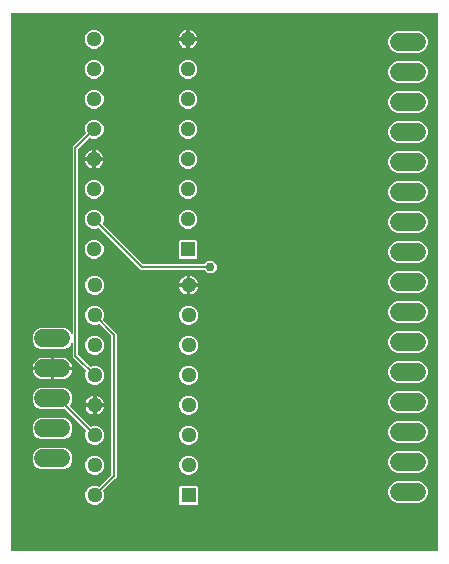
<source format=gbr>
G04 EAGLE Gerber RS-274X export*
G75*
%MOMM*%
%FSLAX34Y34*%
%LPD*%
%INBottom Copper*%
%IPPOS*%
%AMOC8*
5,1,8,0,0,1.08239X$1,22.5*%
G01*
%ADD10C,1.524000*%
%ADD11R,1.288000X1.288000*%
%ADD12C,1.288000*%
%ADD13C,0.152400*%
%ADD14C,0.756400*%

G36*
X387880Y340745D02*
X387880Y340745D01*
X387899Y340743D01*
X388001Y340765D01*
X388103Y340781D01*
X388120Y340791D01*
X388140Y340795D01*
X388229Y340848D01*
X388320Y340897D01*
X388334Y340911D01*
X388351Y340921D01*
X388418Y341000D01*
X388490Y341075D01*
X388498Y341093D01*
X388511Y341108D01*
X388550Y341204D01*
X388593Y341298D01*
X388595Y341318D01*
X388603Y341336D01*
X388621Y341503D01*
X388621Y795301D01*
X388618Y795321D01*
X388620Y795340D01*
X388598Y795442D01*
X388582Y795544D01*
X388572Y795561D01*
X388568Y795581D01*
X388515Y795670D01*
X388466Y795761D01*
X388452Y795775D01*
X388442Y795792D01*
X388363Y795859D01*
X388288Y795931D01*
X388270Y795939D01*
X388255Y795952D01*
X388159Y795991D01*
X388065Y796034D01*
X388045Y796036D01*
X388027Y796044D01*
X387860Y796062D01*
X27432Y796062D01*
X27412Y796059D01*
X27393Y796061D01*
X27291Y796039D01*
X27189Y796023D01*
X27172Y796013D01*
X27152Y796009D01*
X27063Y795956D01*
X26972Y795907D01*
X26958Y795893D01*
X26941Y795883D01*
X26874Y795804D01*
X26802Y795729D01*
X26794Y795711D01*
X26781Y795696D01*
X26742Y795600D01*
X26699Y795506D01*
X26697Y795486D01*
X26689Y795468D01*
X26671Y795301D01*
X26671Y341503D01*
X26674Y341483D01*
X26672Y341464D01*
X26694Y341362D01*
X26710Y341260D01*
X26720Y341243D01*
X26724Y341223D01*
X26777Y341134D01*
X26826Y341043D01*
X26840Y341029D01*
X26850Y341012D01*
X26929Y340945D01*
X27004Y340873D01*
X27022Y340865D01*
X27037Y340852D01*
X27133Y340813D01*
X27227Y340770D01*
X27247Y340768D01*
X27265Y340760D01*
X27432Y340742D01*
X387860Y340742D01*
X387880Y340745D01*
G37*
%LPC*%
G36*
X96257Y481239D02*
X96257Y481239D01*
X93329Y482452D01*
X91089Y484692D01*
X89876Y487620D01*
X89876Y490788D01*
X90603Y492543D01*
X90630Y492657D01*
X90658Y492770D01*
X90658Y492777D01*
X90659Y492783D01*
X90648Y492899D01*
X90639Y493016D01*
X90637Y493021D01*
X90636Y493028D01*
X90588Y493135D01*
X90543Y493242D01*
X90538Y493248D01*
X90536Y493252D01*
X90524Y493266D01*
X90438Y493373D01*
X79247Y504564D01*
X79247Y515896D01*
X79232Y515992D01*
X79222Y516089D01*
X79212Y516113D01*
X79208Y516139D01*
X79162Y516224D01*
X79122Y516314D01*
X79105Y516333D01*
X79092Y516356D01*
X79022Y516423D01*
X78956Y516495D01*
X78933Y516507D01*
X78914Y516525D01*
X78826Y516566D01*
X78740Y516613D01*
X78715Y516618D01*
X78691Y516629D01*
X78594Y516640D01*
X78498Y516657D01*
X78472Y516653D01*
X78447Y516656D01*
X78352Y516635D01*
X78255Y516621D01*
X78232Y516609D01*
X78206Y516604D01*
X78122Y516554D01*
X78036Y516510D01*
X78018Y516491D01*
X77995Y516478D01*
X77932Y516404D01*
X77864Y516334D01*
X77848Y516306D01*
X77835Y516291D01*
X77823Y516260D01*
X77783Y516187D01*
X77349Y515139D01*
X74776Y512566D01*
X71415Y511174D01*
X52537Y511174D01*
X49176Y512566D01*
X46603Y515139D01*
X45211Y518500D01*
X45211Y522138D01*
X46603Y525499D01*
X49176Y528072D01*
X52537Y529464D01*
X71415Y529464D01*
X74776Y528072D01*
X77349Y525499D01*
X77783Y524451D01*
X77834Y524368D01*
X77880Y524282D01*
X77899Y524264D01*
X77912Y524242D01*
X77987Y524180D01*
X78058Y524113D01*
X78082Y524102D01*
X78102Y524085D01*
X78193Y524050D01*
X78281Y524009D01*
X78307Y524006D01*
X78331Y523997D01*
X78429Y523993D01*
X78525Y523982D01*
X78551Y523987D01*
X78577Y523986D01*
X78671Y524013D01*
X78766Y524034D01*
X78788Y524048D01*
X78813Y524055D01*
X78893Y524110D01*
X78977Y524160D01*
X78994Y524180D01*
X79015Y524195D01*
X79074Y524273D01*
X79137Y524347D01*
X79147Y524372D01*
X79162Y524392D01*
X79192Y524485D01*
X79229Y524575D01*
X79232Y524608D01*
X79238Y524626D01*
X79238Y524659D01*
X79247Y524742D01*
X79247Y682937D01*
X80589Y684279D01*
X80667Y684291D01*
X80757Y684299D01*
X80787Y684311D01*
X80819Y684316D01*
X80900Y684359D01*
X80984Y684395D01*
X81016Y684421D01*
X81037Y684432D01*
X81059Y684455D01*
X81115Y684500D01*
X89930Y693315D01*
X89998Y693410D01*
X90068Y693504D01*
X90070Y693510D01*
X90074Y693515D01*
X90108Y693626D01*
X90144Y693738D01*
X90144Y693744D01*
X90146Y693750D01*
X90143Y693867D01*
X90142Y693984D01*
X90140Y693991D01*
X90140Y693996D01*
X90133Y694013D01*
X90095Y694145D01*
X89368Y695900D01*
X89368Y699068D01*
X90581Y701996D01*
X92821Y704236D01*
X95749Y705449D01*
X98917Y705449D01*
X101845Y704236D01*
X104085Y701996D01*
X105298Y699068D01*
X105298Y695900D01*
X104085Y692972D01*
X101845Y690732D01*
X98917Y689519D01*
X95749Y689519D01*
X93994Y690246D01*
X93880Y690273D01*
X93767Y690301D01*
X93760Y690301D01*
X93754Y690302D01*
X93638Y690291D01*
X93521Y690282D01*
X93516Y690280D01*
X93509Y690279D01*
X93402Y690231D01*
X93295Y690186D01*
X93289Y690181D01*
X93285Y690179D01*
X93271Y690167D01*
X93164Y690081D01*
X84349Y681266D01*
X84044Y680961D01*
X83991Y680887D01*
X83931Y680817D01*
X83919Y680787D01*
X83900Y680761D01*
X83873Y680674D01*
X83839Y680589D01*
X83835Y680548D01*
X83828Y680526D01*
X83829Y680494D01*
X83821Y680422D01*
X83821Y506774D01*
X83835Y506683D01*
X83843Y506593D01*
X83855Y506563D01*
X83860Y506531D01*
X83903Y506450D01*
X83939Y506366D01*
X83965Y506334D01*
X83976Y506313D01*
X83999Y506291D01*
X84044Y506235D01*
X93672Y496607D01*
X93767Y496539D01*
X93861Y496469D01*
X93867Y496467D01*
X93872Y496463D01*
X93983Y496429D01*
X94095Y496393D01*
X94101Y496393D01*
X94107Y496391D01*
X94224Y496394D01*
X94341Y496395D01*
X94348Y496397D01*
X94353Y496397D01*
X94370Y496404D01*
X94502Y496442D01*
X96257Y497169D01*
X99425Y497169D01*
X102353Y495956D01*
X104593Y493716D01*
X105806Y490788D01*
X105806Y487620D01*
X104593Y484692D01*
X102353Y482452D01*
X99425Y481239D01*
X96257Y481239D01*
G37*
%LPD*%
%LPC*%
G36*
X96257Y379639D02*
X96257Y379639D01*
X93329Y380852D01*
X91089Y383092D01*
X89876Y386020D01*
X89876Y389188D01*
X91089Y392116D01*
X93329Y394356D01*
X96257Y395569D01*
X99425Y395569D01*
X101180Y394842D01*
X101245Y394827D01*
X101289Y394809D01*
X101342Y394803D01*
X101407Y394787D01*
X101414Y394787D01*
X101420Y394786D01*
X101471Y394790D01*
X101478Y394790D01*
X101488Y394792D01*
X101536Y394797D01*
X101653Y394806D01*
X101658Y394808D01*
X101665Y394809D01*
X101708Y394828D01*
X101721Y394830D01*
X101763Y394853D01*
X101772Y394857D01*
X101879Y394902D01*
X101885Y394907D01*
X101889Y394909D01*
X101903Y394921D01*
X101923Y394937D01*
X101938Y394945D01*
X101955Y394963D01*
X102010Y395007D01*
X111790Y404787D01*
X111843Y404861D01*
X111903Y404931D01*
X111915Y404961D01*
X111934Y404987D01*
X111961Y405074D01*
X111995Y405159D01*
X111999Y405200D01*
X112006Y405222D01*
X112005Y405254D01*
X112013Y405326D01*
X112013Y522282D01*
X111999Y522373D01*
X111991Y522463D01*
X111979Y522493D01*
X111974Y522525D01*
X111931Y522606D01*
X111895Y522690D01*
X111869Y522722D01*
X111858Y522743D01*
X111835Y522765D01*
X111790Y522821D01*
X102010Y532601D01*
X101915Y532669D01*
X101821Y532739D01*
X101815Y532741D01*
X101810Y532745D01*
X101699Y532779D01*
X101587Y532815D01*
X101581Y532815D01*
X101575Y532817D01*
X101458Y532814D01*
X101341Y532813D01*
X101334Y532811D01*
X101329Y532811D01*
X101312Y532804D01*
X101180Y532766D01*
X99425Y532039D01*
X96257Y532039D01*
X93329Y533252D01*
X91089Y535492D01*
X89876Y538420D01*
X89876Y541588D01*
X91089Y544516D01*
X93329Y546756D01*
X96257Y547969D01*
X99425Y547969D01*
X102353Y546756D01*
X104593Y544516D01*
X105806Y541588D01*
X105806Y538420D01*
X105079Y536665D01*
X105069Y536622D01*
X105053Y536588D01*
X105046Y536528D01*
X105024Y536438D01*
X105024Y536431D01*
X105023Y536425D01*
X105028Y536365D01*
X105026Y536344D01*
X105034Y536307D01*
X105043Y536192D01*
X105045Y536187D01*
X105046Y536180D01*
X105076Y536112D01*
X105078Y536103D01*
X105086Y536090D01*
X105094Y536073D01*
X105139Y535966D01*
X105144Y535960D01*
X105146Y535956D01*
X105158Y535942D01*
X105244Y535835D01*
X115024Y526055D01*
X116587Y524492D01*
X116587Y403116D01*
X115024Y401553D01*
X105244Y391773D01*
X105176Y391678D01*
X105106Y391584D01*
X105104Y391578D01*
X105100Y391573D01*
X105066Y391462D01*
X105030Y391350D01*
X105030Y391344D01*
X105028Y391338D01*
X105031Y391221D01*
X105032Y391104D01*
X105034Y391097D01*
X105034Y391092D01*
X105041Y391075D01*
X105079Y390943D01*
X105806Y389188D01*
X105806Y386020D01*
X104593Y383092D01*
X102353Y380852D01*
X99425Y379639D01*
X96257Y379639D01*
G37*
%LPD*%
%LPC*%
G36*
X96257Y430439D02*
X96257Y430439D01*
X93329Y431652D01*
X91089Y433892D01*
X89876Y436820D01*
X89876Y439988D01*
X90603Y441743D01*
X90611Y441778D01*
X90614Y441783D01*
X90615Y441793D01*
X90630Y441857D01*
X90658Y441970D01*
X90658Y441977D01*
X90659Y441983D01*
X90648Y442098D01*
X90639Y442216D01*
X90637Y442221D01*
X90636Y442228D01*
X90588Y442335D01*
X90543Y442442D01*
X90538Y442448D01*
X90536Y442452D01*
X90524Y442466D01*
X90438Y442573D01*
X72639Y460372D01*
X72544Y460440D01*
X72450Y460510D01*
X72444Y460512D01*
X72439Y460516D01*
X72328Y460550D01*
X72216Y460587D01*
X72210Y460587D01*
X72204Y460588D01*
X72087Y460585D01*
X71970Y460584D01*
X71963Y460582D01*
X71958Y460582D01*
X71940Y460576D01*
X71809Y460537D01*
X71415Y460374D01*
X52537Y460374D01*
X49176Y461766D01*
X46603Y464339D01*
X45211Y467700D01*
X45211Y471338D01*
X46603Y474699D01*
X49176Y477272D01*
X52537Y478664D01*
X71415Y478664D01*
X74776Y477272D01*
X77349Y474699D01*
X78741Y471338D01*
X78741Y467700D01*
X77349Y464339D01*
X76783Y463773D01*
X76771Y463757D01*
X76755Y463744D01*
X76699Y463657D01*
X76639Y463573D01*
X76633Y463554D01*
X76622Y463537D01*
X76597Y463437D01*
X76567Y463338D01*
X76567Y463318D01*
X76562Y463299D01*
X76570Y463196D01*
X76573Y463092D01*
X76580Y463073D01*
X76581Y463054D01*
X76622Y462959D01*
X76657Y462861D01*
X76670Y462846D01*
X76678Y462827D01*
X76783Y462696D01*
X93672Y445807D01*
X93766Y445739D01*
X93861Y445669D01*
X93867Y445667D01*
X93872Y445663D01*
X93983Y445629D01*
X94095Y445593D01*
X94101Y445593D01*
X94107Y445591D01*
X94224Y445594D01*
X94341Y445595D01*
X94348Y445597D01*
X94353Y445597D01*
X94370Y445604D01*
X94502Y445642D01*
X96257Y446369D01*
X99425Y446369D01*
X102353Y445156D01*
X104593Y442916D01*
X105806Y439988D01*
X105806Y436820D01*
X104593Y433892D01*
X102353Y431652D01*
X99425Y430439D01*
X96257Y430439D01*
G37*
%LPD*%
%LPC*%
G36*
X193509Y575337D02*
X193509Y575337D01*
X190712Y578134D01*
X190638Y578187D01*
X190568Y578247D01*
X190538Y578259D01*
X190512Y578278D01*
X190425Y578305D01*
X190340Y578339D01*
X190299Y578343D01*
X190277Y578350D01*
X190245Y578349D01*
X190174Y578357D01*
X137026Y578357D01*
X101502Y613881D01*
X101408Y613949D01*
X101313Y614019D01*
X101307Y614021D01*
X101302Y614025D01*
X101191Y614059D01*
X101079Y614095D01*
X101073Y614095D01*
X101067Y614097D01*
X100950Y614094D01*
X100833Y614093D01*
X100826Y614091D01*
X100821Y614091D01*
X100804Y614084D01*
X100672Y614046D01*
X98917Y613319D01*
X95749Y613319D01*
X92821Y614532D01*
X90581Y616772D01*
X89368Y619700D01*
X89368Y622868D01*
X90581Y625796D01*
X92821Y628036D01*
X95749Y629249D01*
X98917Y629249D01*
X101845Y628036D01*
X104085Y625796D01*
X105298Y622868D01*
X105298Y619700D01*
X104571Y617945D01*
X104544Y617831D01*
X104516Y617718D01*
X104516Y617711D01*
X104515Y617705D01*
X104526Y617588D01*
X104535Y617472D01*
X104537Y617467D01*
X104538Y617460D01*
X104586Y617353D01*
X104631Y617246D01*
X104636Y617240D01*
X104638Y617236D01*
X104650Y617222D01*
X104736Y617115D01*
X138697Y583154D01*
X138771Y583101D01*
X138841Y583041D01*
X138871Y583029D01*
X138897Y583010D01*
X138984Y582983D01*
X139069Y582949D01*
X139110Y582945D01*
X139132Y582938D01*
X139164Y582939D01*
X139236Y582931D01*
X190174Y582931D01*
X190264Y582945D01*
X190355Y582953D01*
X190384Y582965D01*
X190416Y582970D01*
X190497Y583013D01*
X190581Y583049D01*
X190613Y583075D01*
X190634Y583086D01*
X190656Y583109D01*
X190712Y583154D01*
X193509Y585951D01*
X197905Y585951D01*
X201014Y582842D01*
X201014Y578446D01*
X197905Y575337D01*
X193509Y575337D01*
G37*
%LPD*%
%LPC*%
G36*
X353654Y660526D02*
X353654Y660526D01*
X350293Y661918D01*
X347720Y664491D01*
X346328Y667852D01*
X346328Y671490D01*
X347720Y674851D01*
X350293Y677424D01*
X353654Y678816D01*
X372532Y678816D01*
X375893Y677424D01*
X378466Y674851D01*
X379858Y671490D01*
X379858Y667852D01*
X378466Y664491D01*
X375893Y661918D01*
X372532Y660526D01*
X353654Y660526D01*
G37*
%LPD*%
%LPC*%
G36*
X353654Y482726D02*
X353654Y482726D01*
X350293Y484118D01*
X347720Y486691D01*
X346328Y490052D01*
X346328Y493690D01*
X347720Y497051D01*
X350293Y499624D01*
X353654Y501016D01*
X372532Y501016D01*
X375893Y499624D01*
X378466Y497051D01*
X379858Y493690D01*
X379858Y490052D01*
X378466Y486691D01*
X375893Y484118D01*
X372532Y482726D01*
X353654Y482726D01*
G37*
%LPD*%
%LPC*%
G36*
X353654Y457326D02*
X353654Y457326D01*
X350293Y458718D01*
X347720Y461291D01*
X346328Y464652D01*
X346328Y468290D01*
X347720Y471651D01*
X350293Y474224D01*
X353654Y475616D01*
X372532Y475616D01*
X375893Y474224D01*
X378466Y471651D01*
X379858Y468290D01*
X379858Y464652D01*
X378466Y461291D01*
X375893Y458718D01*
X372532Y457326D01*
X353654Y457326D01*
G37*
%LPD*%
%LPC*%
G36*
X353654Y762126D02*
X353654Y762126D01*
X350293Y763518D01*
X347720Y766091D01*
X346328Y769452D01*
X346328Y773090D01*
X347720Y776451D01*
X350293Y779024D01*
X353654Y780416D01*
X372532Y780416D01*
X375893Y779024D01*
X378466Y776451D01*
X379858Y773090D01*
X379858Y769452D01*
X378466Y766091D01*
X375893Y763518D01*
X372532Y762126D01*
X353654Y762126D01*
G37*
%LPD*%
%LPC*%
G36*
X353654Y431926D02*
X353654Y431926D01*
X350293Y433318D01*
X347720Y435891D01*
X346328Y439252D01*
X346328Y442890D01*
X347720Y446251D01*
X350293Y448824D01*
X353654Y450216D01*
X372532Y450216D01*
X375893Y448824D01*
X378466Y446251D01*
X379858Y442890D01*
X379858Y439252D01*
X378466Y435891D01*
X375893Y433318D01*
X372532Y431926D01*
X353654Y431926D01*
G37*
%LPD*%
%LPC*%
G36*
X52537Y409574D02*
X52537Y409574D01*
X49176Y410966D01*
X46603Y413539D01*
X45211Y416900D01*
X45211Y420538D01*
X46603Y423899D01*
X49176Y426472D01*
X52537Y427864D01*
X71415Y427864D01*
X74776Y426472D01*
X77349Y423899D01*
X78741Y420538D01*
X78741Y416900D01*
X77349Y413539D01*
X74776Y410966D01*
X71415Y409574D01*
X52537Y409574D01*
G37*
%LPD*%
%LPC*%
G36*
X353654Y406526D02*
X353654Y406526D01*
X350293Y407918D01*
X347720Y410491D01*
X346328Y413852D01*
X346328Y417490D01*
X347720Y420851D01*
X350293Y423424D01*
X353654Y424816D01*
X372532Y424816D01*
X375893Y423424D01*
X378466Y420851D01*
X379858Y417490D01*
X379858Y413852D01*
X378466Y410491D01*
X375893Y407918D01*
X372532Y406526D01*
X353654Y406526D01*
G37*
%LPD*%
%LPC*%
G36*
X353654Y685926D02*
X353654Y685926D01*
X350293Y687318D01*
X347720Y689891D01*
X346328Y693252D01*
X346328Y696890D01*
X347720Y700251D01*
X350293Y702824D01*
X353654Y704216D01*
X372532Y704216D01*
X375893Y702824D01*
X378466Y700251D01*
X379858Y696890D01*
X379858Y693252D01*
X378466Y689891D01*
X375893Y687318D01*
X372532Y685926D01*
X353654Y685926D01*
G37*
%LPD*%
%LPC*%
G36*
X353654Y635126D02*
X353654Y635126D01*
X350293Y636518D01*
X347720Y639091D01*
X346328Y642452D01*
X346328Y646090D01*
X347720Y649451D01*
X350293Y652024D01*
X353654Y653416D01*
X372532Y653416D01*
X375893Y652024D01*
X378466Y649451D01*
X379858Y646090D01*
X379858Y642452D01*
X378466Y639091D01*
X375893Y636518D01*
X372532Y635126D01*
X353654Y635126D01*
G37*
%LPD*%
%LPC*%
G36*
X353654Y736726D02*
X353654Y736726D01*
X350293Y738118D01*
X347720Y740691D01*
X346328Y744052D01*
X346328Y747690D01*
X347720Y751051D01*
X350293Y753624D01*
X353654Y755016D01*
X372532Y755016D01*
X375893Y753624D01*
X378466Y751051D01*
X379858Y747690D01*
X379858Y744052D01*
X378466Y740691D01*
X375893Y738118D01*
X372532Y736726D01*
X353654Y736726D01*
G37*
%LPD*%
%LPC*%
G36*
X353654Y508126D02*
X353654Y508126D01*
X350293Y509518D01*
X347720Y512091D01*
X346328Y515452D01*
X346328Y519090D01*
X347720Y522451D01*
X350293Y525024D01*
X353654Y526416D01*
X372532Y526416D01*
X375893Y525024D01*
X378466Y522451D01*
X379858Y519090D01*
X379858Y515452D01*
X378466Y512091D01*
X375893Y509518D01*
X372532Y508126D01*
X353654Y508126D01*
G37*
%LPD*%
%LPC*%
G36*
X353654Y609726D02*
X353654Y609726D01*
X350293Y611118D01*
X347720Y613691D01*
X346328Y617052D01*
X346328Y620690D01*
X347720Y624051D01*
X350293Y626624D01*
X353654Y628016D01*
X372532Y628016D01*
X375893Y626624D01*
X378466Y624051D01*
X379858Y620690D01*
X379858Y617052D01*
X378466Y613691D01*
X375893Y611118D01*
X372532Y609726D01*
X353654Y609726D01*
G37*
%LPD*%
%LPC*%
G36*
X353654Y711326D02*
X353654Y711326D01*
X350293Y712718D01*
X347720Y715291D01*
X346328Y718652D01*
X346328Y722290D01*
X347720Y725651D01*
X350293Y728224D01*
X353654Y729616D01*
X372532Y729616D01*
X375893Y728224D01*
X378466Y725651D01*
X379858Y722290D01*
X379858Y718652D01*
X378466Y715291D01*
X375893Y712718D01*
X372532Y711326D01*
X353654Y711326D01*
G37*
%LPD*%
%LPC*%
G36*
X353654Y381126D02*
X353654Y381126D01*
X350293Y382518D01*
X347720Y385091D01*
X346328Y388452D01*
X346328Y392090D01*
X347720Y395451D01*
X350293Y398024D01*
X353654Y399416D01*
X372532Y399416D01*
X375893Y398024D01*
X378466Y395451D01*
X379858Y392090D01*
X379858Y388452D01*
X378466Y385091D01*
X375893Y382518D01*
X372532Y381126D01*
X353654Y381126D01*
G37*
%LPD*%
%LPC*%
G36*
X353654Y584326D02*
X353654Y584326D01*
X350293Y585718D01*
X347720Y588291D01*
X346328Y591652D01*
X346328Y595290D01*
X347720Y598651D01*
X350293Y601224D01*
X353654Y602616D01*
X372532Y602616D01*
X375893Y601224D01*
X378466Y598651D01*
X379858Y595290D01*
X379858Y591652D01*
X378466Y588291D01*
X375893Y585718D01*
X372532Y584326D01*
X353654Y584326D01*
G37*
%LPD*%
%LPC*%
G36*
X353654Y558926D02*
X353654Y558926D01*
X350293Y560318D01*
X347720Y562891D01*
X346328Y566252D01*
X346328Y569890D01*
X347720Y573251D01*
X350293Y575824D01*
X353654Y577216D01*
X372532Y577216D01*
X375893Y575824D01*
X378466Y573251D01*
X379858Y569890D01*
X379858Y566252D01*
X378466Y562891D01*
X375893Y560318D01*
X372532Y558926D01*
X353654Y558926D01*
G37*
%LPD*%
%LPC*%
G36*
X52537Y434974D02*
X52537Y434974D01*
X49176Y436366D01*
X46603Y438939D01*
X45211Y442300D01*
X45211Y445938D01*
X46603Y449299D01*
X49176Y451872D01*
X52537Y453264D01*
X71415Y453264D01*
X74776Y451872D01*
X77349Y449299D01*
X78741Y445938D01*
X78741Y442300D01*
X77349Y438939D01*
X74776Y436366D01*
X71415Y434974D01*
X52537Y434974D01*
G37*
%LPD*%
%LPC*%
G36*
X353654Y533526D02*
X353654Y533526D01*
X350293Y534918D01*
X347720Y537491D01*
X346328Y540852D01*
X346328Y544490D01*
X347720Y547851D01*
X350293Y550424D01*
X353654Y551816D01*
X372532Y551816D01*
X375893Y550424D01*
X378466Y547851D01*
X379858Y544490D01*
X379858Y540852D01*
X378466Y537491D01*
X375893Y534918D01*
X372532Y533526D01*
X353654Y533526D01*
G37*
%LPD*%
%LPC*%
G36*
X170169Y379639D02*
X170169Y379639D01*
X169276Y380532D01*
X169276Y394676D01*
X170169Y395569D01*
X184313Y395569D01*
X185206Y394676D01*
X185206Y380532D01*
X184313Y379639D01*
X170169Y379639D01*
G37*
%LPD*%
%LPC*%
G36*
X169661Y587919D02*
X169661Y587919D01*
X168768Y588812D01*
X168768Y602956D01*
X169661Y603849D01*
X183805Y603849D01*
X184698Y602956D01*
X184698Y588812D01*
X183805Y587919D01*
X169661Y587919D01*
G37*
%LPD*%
%LPC*%
G36*
X95749Y765719D02*
X95749Y765719D01*
X92821Y766932D01*
X90581Y769172D01*
X89368Y772100D01*
X89368Y775268D01*
X90581Y778196D01*
X92821Y780436D01*
X95749Y781649D01*
X98917Y781649D01*
X101845Y780436D01*
X104085Y778196D01*
X105298Y775268D01*
X105298Y772100D01*
X104085Y769172D01*
X101845Y766932D01*
X98917Y765719D01*
X95749Y765719D01*
G37*
%LPD*%
%LPC*%
G36*
X175657Y532039D02*
X175657Y532039D01*
X172729Y533252D01*
X170489Y535492D01*
X169276Y538420D01*
X169276Y541588D01*
X170489Y544516D01*
X172729Y546756D01*
X175657Y547969D01*
X178825Y547969D01*
X181753Y546756D01*
X183993Y544516D01*
X185206Y541588D01*
X185206Y538420D01*
X183993Y535492D01*
X181753Y533252D01*
X178825Y532039D01*
X175657Y532039D01*
G37*
%LPD*%
%LPC*%
G36*
X96257Y405039D02*
X96257Y405039D01*
X93329Y406252D01*
X91089Y408492D01*
X89876Y411420D01*
X89876Y414588D01*
X91089Y417516D01*
X93329Y419756D01*
X96257Y420969D01*
X99425Y420969D01*
X102353Y419756D01*
X104593Y417516D01*
X105806Y414588D01*
X105806Y411420D01*
X104593Y408492D01*
X102353Y406252D01*
X99425Y405039D01*
X96257Y405039D01*
G37*
%LPD*%
%LPC*%
G36*
X175657Y405039D02*
X175657Y405039D01*
X172729Y406252D01*
X170489Y408492D01*
X169276Y411420D01*
X169276Y414588D01*
X170489Y417516D01*
X172729Y419756D01*
X175657Y420969D01*
X178825Y420969D01*
X181753Y419756D01*
X183993Y417516D01*
X185206Y414588D01*
X185206Y411420D01*
X183993Y408492D01*
X181753Y406252D01*
X178825Y405039D01*
X175657Y405039D01*
G37*
%LPD*%
%LPC*%
G36*
X96257Y557439D02*
X96257Y557439D01*
X93329Y558652D01*
X91089Y560892D01*
X89876Y563820D01*
X89876Y566988D01*
X91089Y569916D01*
X93329Y572156D01*
X96257Y573369D01*
X99425Y573369D01*
X102353Y572156D01*
X104593Y569916D01*
X105806Y566988D01*
X105806Y563820D01*
X104593Y560892D01*
X102353Y558652D01*
X99425Y557439D01*
X96257Y557439D01*
G37*
%LPD*%
%LPC*%
G36*
X175149Y740319D02*
X175149Y740319D01*
X172221Y741532D01*
X169981Y743772D01*
X168768Y746700D01*
X168768Y749868D01*
X169981Y752796D01*
X172221Y755036D01*
X175149Y756249D01*
X178317Y756249D01*
X181245Y755036D01*
X183485Y752796D01*
X184698Y749868D01*
X184698Y746700D01*
X183485Y743772D01*
X181245Y741532D01*
X178317Y740319D01*
X175149Y740319D01*
G37*
%LPD*%
%LPC*%
G36*
X95749Y740319D02*
X95749Y740319D01*
X92821Y741532D01*
X90581Y743772D01*
X89368Y746700D01*
X89368Y749868D01*
X90581Y752796D01*
X92821Y755036D01*
X95749Y756249D01*
X98917Y756249D01*
X101845Y755036D01*
X104085Y752796D01*
X105298Y749868D01*
X105298Y746700D01*
X104085Y743772D01*
X101845Y741532D01*
X98917Y740319D01*
X95749Y740319D01*
G37*
%LPD*%
%LPC*%
G36*
X175149Y714919D02*
X175149Y714919D01*
X172221Y716132D01*
X169981Y718372D01*
X168768Y721300D01*
X168768Y724468D01*
X169981Y727396D01*
X172221Y729636D01*
X175149Y730849D01*
X178317Y730849D01*
X181245Y729636D01*
X183485Y727396D01*
X184698Y724468D01*
X184698Y721300D01*
X183485Y718372D01*
X181245Y716132D01*
X178317Y714919D01*
X175149Y714919D01*
G37*
%LPD*%
%LPC*%
G36*
X95749Y714919D02*
X95749Y714919D01*
X92821Y716132D01*
X90581Y718372D01*
X89368Y721300D01*
X89368Y724468D01*
X90581Y727396D01*
X92821Y729636D01*
X95749Y730849D01*
X98917Y730849D01*
X101845Y729636D01*
X104085Y727396D01*
X105298Y724468D01*
X105298Y721300D01*
X104085Y718372D01*
X101845Y716132D01*
X98917Y714919D01*
X95749Y714919D01*
G37*
%LPD*%
%LPC*%
G36*
X175149Y689519D02*
X175149Y689519D01*
X172221Y690732D01*
X169981Y692972D01*
X168768Y695900D01*
X168768Y699068D01*
X169981Y701996D01*
X172221Y704236D01*
X175149Y705449D01*
X178317Y705449D01*
X181245Y704236D01*
X183485Y701996D01*
X184698Y699068D01*
X184698Y695900D01*
X183485Y692972D01*
X181245Y690732D01*
X178317Y689519D01*
X175149Y689519D01*
G37*
%LPD*%
%LPC*%
G36*
X175657Y430439D02*
X175657Y430439D01*
X172729Y431652D01*
X170489Y433892D01*
X169276Y436820D01*
X169276Y439988D01*
X170489Y442916D01*
X172729Y445156D01*
X175657Y446369D01*
X178825Y446369D01*
X181753Y445156D01*
X183993Y442916D01*
X185206Y439988D01*
X185206Y436820D01*
X183993Y433892D01*
X181753Y431652D01*
X178825Y430439D01*
X175657Y430439D01*
G37*
%LPD*%
%LPC*%
G36*
X175149Y664119D02*
X175149Y664119D01*
X172221Y665332D01*
X169981Y667572D01*
X168768Y670500D01*
X168768Y673668D01*
X169981Y676596D01*
X172221Y678836D01*
X175149Y680049D01*
X178317Y680049D01*
X181245Y678836D01*
X183485Y676596D01*
X184698Y673668D01*
X184698Y670500D01*
X183485Y667572D01*
X181245Y665332D01*
X178317Y664119D01*
X175149Y664119D01*
G37*
%LPD*%
%LPC*%
G36*
X175149Y613319D02*
X175149Y613319D01*
X172221Y614532D01*
X169981Y616772D01*
X168768Y619700D01*
X168768Y622868D01*
X169981Y625796D01*
X172221Y628036D01*
X175149Y629249D01*
X178317Y629249D01*
X181245Y628036D01*
X183485Y625796D01*
X184698Y622868D01*
X184698Y619700D01*
X183485Y616772D01*
X181245Y614532D01*
X178317Y613319D01*
X175149Y613319D01*
G37*
%LPD*%
%LPC*%
G36*
X175657Y455839D02*
X175657Y455839D01*
X172729Y457052D01*
X170489Y459292D01*
X169276Y462220D01*
X169276Y465388D01*
X170489Y468316D01*
X172729Y470556D01*
X175657Y471769D01*
X178825Y471769D01*
X181753Y470556D01*
X183993Y468316D01*
X185206Y465388D01*
X185206Y462220D01*
X183993Y459292D01*
X181753Y457052D01*
X178825Y455839D01*
X175657Y455839D01*
G37*
%LPD*%
%LPC*%
G36*
X95749Y587919D02*
X95749Y587919D01*
X92821Y589132D01*
X90581Y591372D01*
X89368Y594300D01*
X89368Y597468D01*
X90581Y600396D01*
X92821Y602636D01*
X95749Y603849D01*
X98917Y603849D01*
X101845Y602636D01*
X104085Y600396D01*
X105298Y597468D01*
X105298Y594300D01*
X104085Y591372D01*
X101845Y589132D01*
X98917Y587919D01*
X95749Y587919D01*
G37*
%LPD*%
%LPC*%
G36*
X175657Y481239D02*
X175657Y481239D01*
X172729Y482452D01*
X170489Y484692D01*
X169276Y487620D01*
X169276Y490788D01*
X170489Y493716D01*
X172729Y495956D01*
X175657Y497169D01*
X178825Y497169D01*
X181753Y495956D01*
X183993Y493716D01*
X185206Y490788D01*
X185206Y487620D01*
X183993Y484692D01*
X181753Y482452D01*
X178825Y481239D01*
X175657Y481239D01*
G37*
%LPD*%
%LPC*%
G36*
X175149Y638719D02*
X175149Y638719D01*
X172221Y639932D01*
X169981Y642172D01*
X168768Y645100D01*
X168768Y648268D01*
X169981Y651196D01*
X172221Y653436D01*
X175149Y654649D01*
X178317Y654649D01*
X181245Y653436D01*
X183485Y651196D01*
X184698Y648268D01*
X184698Y645100D01*
X183485Y642172D01*
X181245Y639932D01*
X178317Y638719D01*
X175149Y638719D01*
G37*
%LPD*%
%LPC*%
G36*
X95749Y638719D02*
X95749Y638719D01*
X92821Y639932D01*
X90581Y642172D01*
X89368Y645100D01*
X89368Y648268D01*
X90581Y651196D01*
X92821Y653436D01*
X95749Y654649D01*
X98917Y654649D01*
X101845Y653436D01*
X104085Y651196D01*
X105298Y648268D01*
X105298Y645100D01*
X104085Y642172D01*
X101845Y639932D01*
X98917Y638719D01*
X95749Y638719D01*
G37*
%LPD*%
%LPC*%
G36*
X175657Y506639D02*
X175657Y506639D01*
X172729Y507852D01*
X170489Y510092D01*
X169276Y513020D01*
X169276Y516188D01*
X170489Y519116D01*
X172729Y521356D01*
X175657Y522569D01*
X178825Y522569D01*
X181753Y521356D01*
X183993Y519116D01*
X185206Y516188D01*
X185206Y513020D01*
X183993Y510092D01*
X181753Y507852D01*
X178825Y506639D01*
X175657Y506639D01*
G37*
%LPD*%
%LPC*%
G36*
X96257Y506639D02*
X96257Y506639D01*
X93329Y507852D01*
X91089Y510092D01*
X89876Y513020D01*
X89876Y516188D01*
X91089Y519116D01*
X93329Y521356D01*
X96257Y522569D01*
X99425Y522569D01*
X102353Y521356D01*
X104593Y519116D01*
X105806Y516188D01*
X105806Y513020D01*
X104593Y510092D01*
X102353Y507852D01*
X99425Y506639D01*
X96257Y506639D01*
G37*
%LPD*%
%LPC*%
G36*
X63499Y496442D02*
X63499Y496442D01*
X63499Y504064D01*
X70497Y504064D01*
X72263Y503712D01*
X73928Y503023D01*
X75426Y502022D01*
X76699Y500749D01*
X77700Y499251D01*
X78389Y497586D01*
X78617Y496442D01*
X63499Y496442D01*
G37*
%LPD*%
%LPC*%
G36*
X45335Y496442D02*
X45335Y496442D01*
X45563Y497586D01*
X46252Y499251D01*
X47253Y500749D01*
X48526Y502022D01*
X50024Y503023D01*
X51689Y503712D01*
X53455Y504064D01*
X60453Y504064D01*
X60453Y496442D01*
X45335Y496442D01*
G37*
%LPD*%
%LPC*%
G36*
X63499Y485774D02*
X63499Y485774D01*
X63499Y493396D01*
X78617Y493396D01*
X78389Y492252D01*
X77700Y490587D01*
X76699Y489089D01*
X75426Y487816D01*
X73928Y486815D01*
X72263Y486126D01*
X70497Y485774D01*
X63499Y485774D01*
G37*
%LPD*%
%LPC*%
G36*
X53455Y485774D02*
X53455Y485774D01*
X51689Y486126D01*
X50024Y486815D01*
X48526Y487816D01*
X47253Y489089D01*
X46252Y490587D01*
X45563Y492252D01*
X45335Y493396D01*
X60453Y493396D01*
X60453Y485774D01*
X53455Y485774D01*
G37*
%LPD*%
%LPC*%
G36*
X178764Y566927D02*
X178764Y566927D01*
X178764Y573222D01*
X179564Y573063D01*
X181014Y572462D01*
X182318Y571591D01*
X183428Y570481D01*
X184299Y569177D01*
X184900Y567727D01*
X185059Y566927D01*
X178764Y566927D01*
G37*
%LPD*%
%LPC*%
G36*
X99364Y465327D02*
X99364Y465327D01*
X99364Y471622D01*
X100164Y471463D01*
X101614Y470862D01*
X102918Y469991D01*
X104028Y468881D01*
X104899Y467577D01*
X105500Y466127D01*
X105659Y465327D01*
X99364Y465327D01*
G37*
%LPD*%
%LPC*%
G36*
X98856Y673607D02*
X98856Y673607D01*
X98856Y679902D01*
X99656Y679743D01*
X101106Y679142D01*
X102410Y678271D01*
X103520Y677161D01*
X104391Y675857D01*
X104992Y674407D01*
X105151Y673607D01*
X98856Y673607D01*
G37*
%LPD*%
%LPC*%
G36*
X178256Y775207D02*
X178256Y775207D01*
X178256Y781502D01*
X179056Y781343D01*
X180506Y780742D01*
X181810Y779871D01*
X182920Y778761D01*
X183791Y777457D01*
X184392Y776007D01*
X184551Y775207D01*
X178256Y775207D01*
G37*
%LPD*%
%LPC*%
G36*
X98856Y670561D02*
X98856Y670561D01*
X105151Y670561D01*
X104992Y669761D01*
X104391Y668311D01*
X103520Y667007D01*
X102410Y665897D01*
X101106Y665026D01*
X99656Y664425D01*
X98856Y664266D01*
X98856Y670561D01*
G37*
%LPD*%
%LPC*%
G36*
X178764Y563881D02*
X178764Y563881D01*
X185059Y563881D01*
X184900Y563081D01*
X184299Y561631D01*
X183428Y560327D01*
X182318Y559217D01*
X181014Y558346D01*
X179564Y557745D01*
X178764Y557586D01*
X178764Y563881D01*
G37*
%LPD*%
%LPC*%
G36*
X90023Y465327D02*
X90023Y465327D01*
X90182Y466127D01*
X90783Y467577D01*
X91654Y468881D01*
X92764Y469991D01*
X94068Y470862D01*
X95518Y471463D01*
X96318Y471622D01*
X96318Y465327D01*
X90023Y465327D01*
G37*
%LPD*%
%LPC*%
G36*
X89515Y673607D02*
X89515Y673607D01*
X89674Y674407D01*
X90275Y675857D01*
X91146Y677161D01*
X92256Y678271D01*
X93560Y679142D01*
X95010Y679743D01*
X95810Y679902D01*
X95810Y673607D01*
X89515Y673607D01*
G37*
%LPD*%
%LPC*%
G36*
X99364Y462281D02*
X99364Y462281D01*
X105659Y462281D01*
X105500Y461481D01*
X104899Y460031D01*
X104028Y458727D01*
X102918Y457617D01*
X101614Y456746D01*
X100164Y456145D01*
X99364Y455986D01*
X99364Y462281D01*
G37*
%LPD*%
%LPC*%
G36*
X178256Y772161D02*
X178256Y772161D01*
X184551Y772161D01*
X184392Y771361D01*
X183791Y769911D01*
X182920Y768607D01*
X181810Y767497D01*
X180506Y766626D01*
X179056Y766025D01*
X178256Y765866D01*
X178256Y772161D01*
G37*
%LPD*%
%LPC*%
G36*
X168915Y775207D02*
X168915Y775207D01*
X169074Y776007D01*
X169675Y777457D01*
X170546Y778761D01*
X171656Y779871D01*
X172960Y780742D01*
X174410Y781343D01*
X175210Y781502D01*
X175210Y775207D01*
X168915Y775207D01*
G37*
%LPD*%
%LPC*%
G36*
X169423Y566927D02*
X169423Y566927D01*
X169582Y567727D01*
X170183Y569177D01*
X171054Y570481D01*
X172164Y571591D01*
X173468Y572462D01*
X174918Y573063D01*
X175718Y573222D01*
X175718Y566927D01*
X169423Y566927D01*
G37*
%LPD*%
%LPC*%
G36*
X95010Y664425D02*
X95010Y664425D01*
X93560Y665026D01*
X92256Y665897D01*
X91146Y667007D01*
X90275Y668311D01*
X89674Y669761D01*
X89515Y670561D01*
X95810Y670561D01*
X95810Y664266D01*
X95010Y664425D01*
G37*
%LPD*%
%LPC*%
G36*
X95518Y456145D02*
X95518Y456145D01*
X94068Y456746D01*
X92764Y457617D01*
X91654Y458727D01*
X90783Y460031D01*
X90182Y461481D01*
X90023Y462281D01*
X96318Y462281D01*
X96318Y455986D01*
X95518Y456145D01*
G37*
%LPD*%
%LPC*%
G36*
X174918Y557745D02*
X174918Y557745D01*
X173468Y558346D01*
X172164Y559217D01*
X171054Y560327D01*
X170183Y561631D01*
X169582Y563081D01*
X169423Y563881D01*
X175718Y563881D01*
X175718Y557586D01*
X174918Y557745D01*
G37*
%LPD*%
%LPC*%
G36*
X174410Y766025D02*
X174410Y766025D01*
X172960Y766626D01*
X171656Y767497D01*
X170546Y768607D01*
X169675Y769911D01*
X169074Y771361D01*
X168915Y772161D01*
X175210Y772161D01*
X175210Y765866D01*
X174410Y766025D01*
G37*
%LPD*%
%LPC*%
G36*
X177240Y565403D02*
X177240Y565403D01*
X177240Y565405D01*
X177242Y565405D01*
X177242Y565403D01*
X177240Y565403D01*
G37*
%LPD*%
%LPC*%
G36*
X61975Y494918D02*
X61975Y494918D01*
X61975Y494920D01*
X61977Y494920D01*
X61977Y494918D01*
X61975Y494918D01*
G37*
%LPD*%
%LPC*%
G36*
X97332Y672083D02*
X97332Y672083D01*
X97332Y672085D01*
X97334Y672085D01*
X97334Y672083D01*
X97332Y672083D01*
G37*
%LPD*%
%LPC*%
G36*
X97840Y463803D02*
X97840Y463803D01*
X97840Y463805D01*
X97842Y463805D01*
X97842Y463803D01*
X97840Y463803D01*
G37*
%LPD*%
%LPC*%
G36*
X176732Y773683D02*
X176732Y773683D01*
X176732Y773685D01*
X176734Y773685D01*
X176734Y773683D01*
X176732Y773683D01*
G37*
%LPD*%
D10*
X54356Y520319D02*
X69596Y520319D01*
X69596Y494919D02*
X54356Y494919D01*
X54356Y469519D02*
X69596Y469519D01*
X69596Y444119D02*
X54356Y444119D01*
X54356Y418719D02*
X69596Y418719D01*
X355473Y390271D02*
X370713Y390271D01*
X370713Y415671D02*
X355473Y415671D01*
X355473Y441071D02*
X370713Y441071D01*
X370713Y466471D02*
X355473Y466471D01*
X355473Y491871D02*
X370713Y491871D01*
X370713Y517271D02*
X355473Y517271D01*
X355473Y542671D02*
X370713Y542671D01*
X370713Y568071D02*
X355473Y568071D01*
X355473Y593471D02*
X370713Y593471D01*
X370713Y618871D02*
X355473Y618871D01*
X355473Y644271D02*
X370713Y644271D01*
X370713Y669671D02*
X355473Y669671D01*
X355473Y695071D02*
X370713Y695071D01*
X370713Y720471D02*
X355473Y720471D01*
X355473Y745871D02*
X370713Y745871D01*
X370713Y771271D02*
X355473Y771271D01*
D11*
X177241Y387604D03*
D12*
X177241Y413004D03*
X177241Y438404D03*
X177241Y463804D03*
X177241Y489204D03*
X177241Y514604D03*
X177241Y540004D03*
X177241Y565404D03*
X97841Y565404D03*
X97841Y540004D03*
X97841Y514604D03*
X97841Y489204D03*
X97841Y463804D03*
X97841Y438404D03*
X97841Y413004D03*
X97841Y387604D03*
D11*
X176733Y595884D03*
D12*
X176733Y621284D03*
X176733Y646684D03*
X176733Y672084D03*
X176733Y697484D03*
X176733Y722884D03*
X176733Y748284D03*
X176733Y773684D03*
X97333Y773684D03*
X97333Y748284D03*
X97333Y722884D03*
X97333Y697484D03*
X97333Y672084D03*
X97333Y646684D03*
X97333Y621284D03*
X97333Y595884D03*
D13*
X97841Y540004D02*
X114300Y523545D01*
X114300Y404063D02*
X97841Y387604D01*
X114300Y404063D02*
X114300Y523545D01*
X66726Y469519D02*
X61976Y469519D01*
X66726Y469519D02*
X97841Y438404D01*
X81839Y681990D02*
X97333Y697484D01*
X81839Y681990D02*
X81534Y681990D01*
X81534Y505511D01*
X97841Y489204D01*
X137973Y580644D02*
X195707Y580644D01*
D14*
X195707Y580644D03*
D13*
X137973Y580644D02*
X97333Y621284D01*
M02*

</source>
